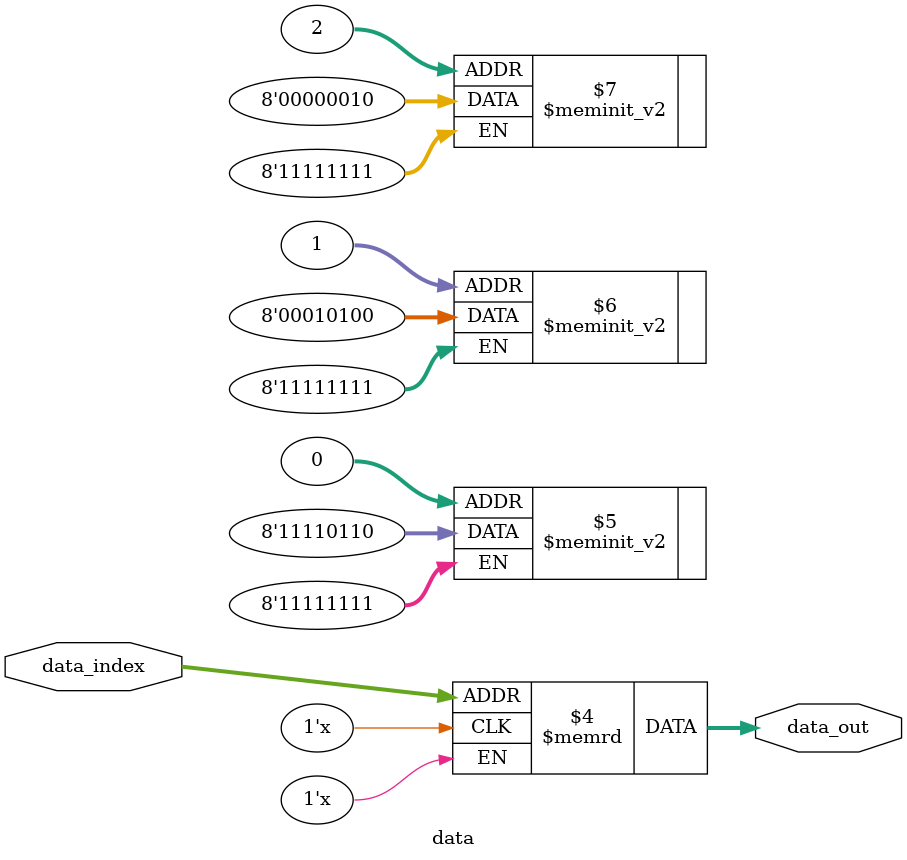
<source format=v>

module data(data_index, data_out);

reg [7:0] data[0:2];

input [1:0] data_index;

output wire [7:0] data_out;

initial
	begin
		// To be initialised by the TA
		data[0] = 8'b11110110;
		data[1] = 8'b00010100;
		data[2] = 8'b00000010;
	end

	assign data_out = data[data_index];
	

endmodule
</source>
